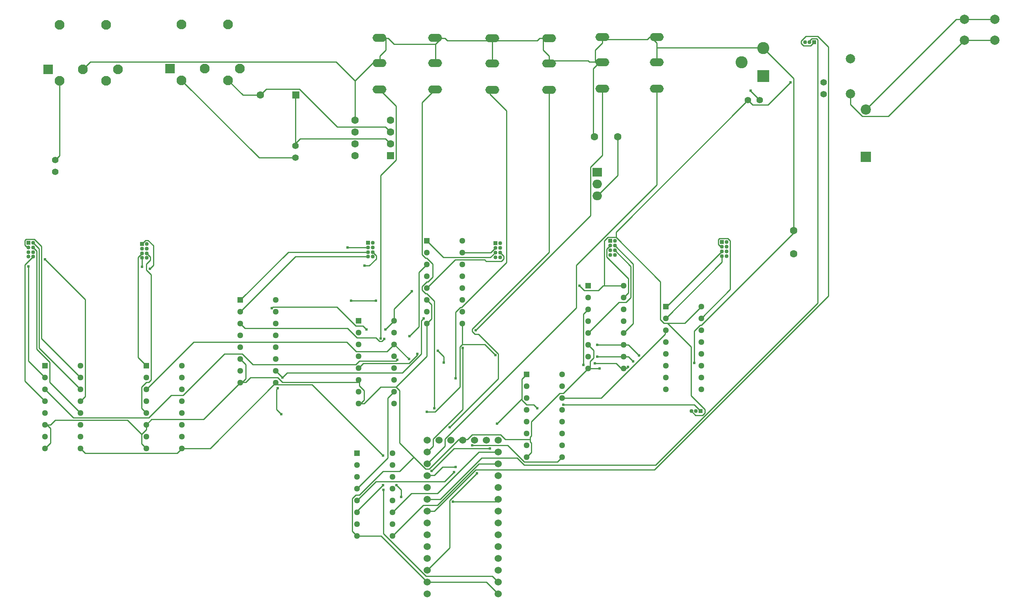
<source format=gbl>
G04 Layer: BottomLayer*
G04 EasyEDA Pro v2.2.35.2, 2025-01-29 23:55:14*
G04 Gerber Generator version 0.3*
G04 Scale: 100 percent, Rotated: No, Reflected: No*
G04 Dimensions in millimeters*
G04 Leading zeros omitted, absolute positions, 4 integers and 5 decimals*
%FSLAX45Y45*%
%MOMM*%
%ADD10C,2.0*%
%ADD11O,3.008X1.708*%
%ADD12R,1.2954X1.2954*%
%ADD13C,1.2954*%
%ADD14C,1.6*%
%ADD15C,1.4*%
%ADD16R,2.2054X2.2*%
%ADD17R,2.2X2.2*%
%ADD18C,2.2*%
%ADD19R,1.6X1.6*%
%ADD20R,2.6X2.6*%
%ADD21C,2.6*%
%ADD22C,1.53*%
%ADD23R,2.1X2.1*%
%ADD24C,2.1*%
%ADD25R,1.6X1.6*%
%ADD26R,2.0X1.905*%
%ADD27O,2.0X1.905*%
%ADD28R,0.85X0.85*%
%ADD29C,0.85*%
%ADD30R,0.85X0.85*%
%ADD31C,0.61*%
%ADD32C,0.254*%
G75*


G04 Pad Start*
G54D10*
G01X21020800Y-266700D03*
G01X20370800Y-266700D03*
G01X21020800Y-716700D03*
G01X20370800Y-716700D03*
G54D11*
G01X10236200Y-676300D03*
G01X10236200Y-1216300D03*
G01X10236200Y-1786300D03*
G54D12*
G01X7327900Y-9588500D03*
G54D13*
G01X7327900Y-9842500D03*
G01X7327900Y-10096500D03*
G01X7327900Y-10350500D03*
G01X7327900Y-10604500D03*
G01X7327900Y-10858500D03*
G01X7327900Y-11112500D03*
G01X7327900Y-11366500D03*
G01X8089900Y-11366500D03*
G01X8089900Y-11112500D03*
G01X8089900Y-10858500D03*
G01X8089900Y-10604500D03*
G01X8089900Y-10350500D03*
G01X8089900Y-10096500D03*
G01X8089900Y-9842500D03*
G01X8089900Y-9588500D03*
G54D10*
G01X17919700Y-1117600D03*
G01X17919700Y-1867600D03*
G54D14*
G01X12928600Y-2794000D03*
G01X12428600Y-2794000D03*
G01X16700500Y-5308600D03*
G01X16700500Y-4808600D03*
G54D15*
G01X6007100Y-3238500D03*
G01X6007100Y-2984500D03*
G54D17*
G01X18249900Y-3225800D03*
G54D18*
G01X18249900Y-2209800D03*
G54D19*
G01X6019800Y-1892300D03*
G54D14*
G01X5257800Y-1892300D03*
G54D20*
G01X16052800Y-1485900D03*
G54D21*
G01X16052800Y-885900D03*
G01X15582800Y-1185900D03*
G54D22*
G01X10363200Y-12357100D03*
G01X10363200Y-12103100D03*
G01X10363200Y-11849100D03*
G01X10363200Y-11595100D03*
G01X9855200Y-9309100D03*
G01X8839200Y-12103100D03*
G01X10363200Y-11341100D03*
G01X10363200Y-11087100D03*
G01X10363200Y-10833100D03*
G01X10363200Y-10579100D03*
G01X10363200Y-10325100D03*
G01X10363200Y-10071100D03*
G01X10363200Y-9817100D03*
G01X10363200Y-9563100D03*
G01X10363200Y-9309100D03*
G01X8839200Y-9309100D03*
G01X8839200Y-9563100D03*
G01X8839200Y-9817100D03*
G01X8839200Y-10071100D03*
G01X8839200Y-10325100D03*
G01X8839200Y-10579100D03*
G01X8839200Y-10833100D03*
G01X8839200Y-11087100D03*
G01X8839200Y-11341100D03*
G01X8839200Y-11595100D03*
G01X8839200Y-11849100D03*
G01X10363200Y-12611100D03*
G01X9601200Y-9309100D03*
G01X8839200Y-12357100D03*
G01X9093200Y-9309100D03*
G01X9347200Y-9309100D03*
G01X10109200Y-9309100D03*
G01X8839200Y-12611100D03*
G54D12*
G01X10972800Y-7899400D03*
G54D13*
G01X10972800Y-8153400D03*
G01X10972800Y-8407400D03*
G01X10972800Y-8661400D03*
G01X10972800Y-8915400D03*
G01X10972800Y-9169400D03*
G01X10972800Y-9423400D03*
G01X10972800Y-9677400D03*
G01X11734800Y-9677400D03*
G01X11734800Y-9423400D03*
G01X11734800Y-9169400D03*
G01X11734800Y-8915400D03*
G01X11734800Y-8661400D03*
G01X11734800Y-8407400D03*
G01X11734800Y-8153400D03*
G01X11734800Y-7899400D03*
G54D23*
G01X3314000Y-1325900D03*
G54D24*
G01X4064000Y-1325900D03*
G01X4814000Y-1325900D03*
G01X3564000Y-1575900D03*
G01X4564000Y-1575900D03*
G01X4564000Y-375900D03*
G01X3564000Y-375900D03*
G54D12*
G01X4826000Y-6299200D03*
G54D13*
G01X4826000Y-6553200D03*
G01X4826000Y-6807200D03*
G01X4826000Y-7061200D03*
G01X4826000Y-7315200D03*
G01X4826000Y-7569200D03*
G01X4826000Y-7823200D03*
G01X4826000Y-8077200D03*
G01X5588000Y-8077200D03*
G01X5588000Y-7823200D03*
G01X5588000Y-7569200D03*
G01X5588000Y-7315200D03*
G01X5588000Y-7061200D03*
G01X5588000Y-6807200D03*
G01X5588000Y-6553200D03*
G01X5588000Y-6299200D03*
G54D12*
G01X7366000Y-6743700D03*
G54D13*
G01X7366000Y-6997700D03*
G01X7366000Y-7251700D03*
G01X7366000Y-7505700D03*
G01X7366000Y-7759700D03*
G01X7366000Y-8013700D03*
G01X7366000Y-8267700D03*
G01X7366000Y-8521700D03*
G01X8128000Y-8521700D03*
G01X8128000Y-8267700D03*
G01X8128000Y-8013700D03*
G01X8128000Y-7759700D03*
G01X8128000Y-7505700D03*
G01X8128000Y-7251700D03*
G01X8128000Y-6997700D03*
G01X8128000Y-6743700D03*
G54D11*
G01X12598400Y-650900D03*
G01X12598400Y-1190900D03*
G01X12598400Y-1760900D03*
G54D12*
G01X2806700Y-7708900D03*
G54D13*
G01X2806700Y-7962900D03*
G01X2806700Y-8216900D03*
G01X2806700Y-8470900D03*
G01X2806700Y-8724900D03*
G01X2806700Y-8978900D03*
G01X2806700Y-9232900D03*
G01X2806700Y-9486900D03*
G01X3568700Y-9486900D03*
G01X3568700Y-9232900D03*
G01X3568700Y-8978900D03*
G01X3568700Y-8724900D03*
G01X3568700Y-8470900D03*
G01X3568700Y-8216900D03*
G01X3568700Y-7962900D03*
G01X3568700Y-7708900D03*
G54D11*
G01X13766800Y-650900D03*
G01X13766800Y-1190900D03*
G01X13766800Y-1760900D03*
G54D15*
G01X17348200Y-1625600D03*
G01X17348200Y-1879600D03*
G54D12*
G01X13957300Y-6438900D03*
G54D13*
G01X13957300Y-6692900D03*
G01X13957300Y-6946900D03*
G01X13957300Y-7200900D03*
G01X13957300Y-7454900D03*
G01X13957300Y-7708900D03*
G01X13957300Y-7962900D03*
G01X13957300Y-8216900D03*
G01X14719300Y-8216900D03*
G01X14719300Y-7962900D03*
G01X14719300Y-7708900D03*
G01X14719300Y-7454900D03*
G01X14719300Y-7200900D03*
G01X14719300Y-6946900D03*
G01X14719300Y-6692900D03*
G01X14719300Y-6438900D03*
G54D25*
G01X8051800Y-3200400D03*
G54D14*
G01X8051800Y-2946400D03*
G01X8051800Y-2692400D03*
G01X8051800Y-2438400D03*
G01X7289800Y-2438400D03*
G01X7289800Y-2692400D03*
G01X7289800Y-2946400D03*
G01X7289800Y-3200400D03*
G54D12*
G01X12293600Y-5994400D03*
G54D13*
G01X12293600Y-6248400D03*
G01X12293600Y-6502400D03*
G01X12293600Y-6756400D03*
G01X12293600Y-7010400D03*
G01X12293600Y-7264400D03*
G01X12293600Y-7518400D03*
G01X12293600Y-7772400D03*
G01X13055600Y-7772400D03*
G01X13055600Y-7518400D03*
G01X13055600Y-7264400D03*
G01X13055600Y-7010400D03*
G01X13055600Y-6756400D03*
G01X13055600Y-6502400D03*
G01X13055600Y-6248400D03*
G01X13055600Y-5994400D03*
G54D12*
G01X635000Y-7708900D03*
G54D13*
G01X635000Y-7962900D03*
G01X635000Y-8216900D03*
G01X635000Y-8470900D03*
G01X635000Y-8724900D03*
G01X635000Y-8978900D03*
G01X635000Y-9232900D03*
G01X635000Y-9486900D03*
G01X1397000Y-9486900D03*
G01X1397000Y-9232900D03*
G01X1397000Y-8978900D03*
G01X1397000Y-8724900D03*
G01X1397000Y-8470900D03*
G01X1397000Y-8216900D03*
G01X1397000Y-7962900D03*
G01X1397000Y-7708900D03*
G54D11*
G01X11455400Y-676300D03*
G01X11455400Y-1216300D03*
G01X11455400Y-1786300D03*
G54D12*
G01X8826500Y-5029200D03*
G54D13*
G01X8826500Y-5283200D03*
G01X8826500Y-5537200D03*
G01X8826500Y-5791200D03*
G01X8826500Y-6045200D03*
G01X8826500Y-6299200D03*
G01X8826500Y-6553200D03*
G01X8826500Y-6807200D03*
G01X9588500Y-6807200D03*
G01X9588500Y-6553200D03*
G01X9588500Y-6299200D03*
G01X9588500Y-6045200D03*
G01X9588500Y-5791200D03*
G01X9588500Y-5537200D03*
G01X9588500Y-5283200D03*
G01X9588500Y-5029200D03*
G54D23*
G01X697800Y-1338600D03*
G54D24*
G01X1447800Y-1338600D03*
G01X2197800Y-1338600D03*
G01X947800Y-1588600D03*
G01X1947800Y-1588600D03*
G01X1947800Y-388600D03*
G01X947800Y-388600D03*
G54D15*
G01X850900Y-3289300D03*
G01X850900Y-3543300D03*
G54D11*
G01X9004300Y-663600D03*
G01X9004300Y-1203600D03*
G01X9004300Y-1773600D03*
G54D26*
G01X12484100Y-3556000D03*
G54D27*
G01X12484100Y-3810000D03*
G01X12484100Y-4064000D03*
G54D11*
G01X7810500Y-663600D03*
G01X7810500Y-1203600D03*
G01X7810500Y-1773600D03*
G54D15*
G01X15722600Y-2006600D03*
G01X15976600Y-2006600D03*
G54D28*
G01X279400Y-5067300D03*
G54D29*
G01X379400Y-5067300D03*
G01X279400Y-5167300D03*
G01X379400Y-5167300D03*
G01X279400Y-5267300D03*
G01X379400Y-5267300D03*
G01X279400Y-5367300D03*
G01X379400Y-5367300D03*
G54D28*
G01X2717800Y-5092700D03*
G54D29*
G01X2817800Y-5092700D03*
G01X2717800Y-5192700D03*
G01X2817800Y-5192700D03*
G01X2717800Y-5292700D03*
G01X2817800Y-5292700D03*
G01X2717800Y-5392700D03*
G01X2817800Y-5392700D03*
G54D28*
G01X7569200Y-5067300D03*
G54D29*
G01X7669200Y-5067300D03*
G01X7569200Y-5167300D03*
G01X7669200Y-5167300D03*
G01X7569200Y-5267300D03*
G01X7669200Y-5267300D03*
G01X7569200Y-5367300D03*
G01X7669200Y-5367300D03*
G54D28*
G01X10299700Y-5080000D03*
G54D29*
G01X10399700Y-5080000D03*
G01X10299700Y-5180000D03*
G01X10399700Y-5180000D03*
G01X10299700Y-5280000D03*
G01X10399700Y-5280000D03*
G01X10299700Y-5380000D03*
G01X10399700Y-5380000D03*
G54D28*
G01X12763500Y-5029200D03*
G54D29*
G01X12863500Y-5029200D03*
G01X12763500Y-5129200D03*
G01X12863500Y-5129200D03*
G01X12763500Y-5229200D03*
G01X12863500Y-5229200D03*
G01X12763500Y-5329200D03*
G01X12863500Y-5329200D03*
G54D28*
G01X15163800Y-5054600D03*
G54D29*
G01X15263800Y-5054600D03*
G01X15163800Y-5154600D03*
G01X15263800Y-5154600D03*
G01X15163800Y-5254600D03*
G01X15263800Y-5254600D03*
G01X15163800Y-5354600D03*
G01X15263800Y-5354600D03*
G54D30*
G01X17145000Y-762000D03*
G54D29*
G01X17045000Y-762000D03*
G01X16945000Y-762000D03*
G54D30*
G01X14706600Y-8686800D03*
G54D29*
G01X14606600Y-8686800D03*
G01X14506600Y-8686800D03*
G04 Pad End*

G04 Via Start*
G54D31*
G01X9906000Y-10020300D03*
G01X10337800Y-8953500D03*
G01X11201400Y-8623300D03*
G01X11760200Y-8547100D03*
G01X7937500Y-6934200D03*
G01X8509000Y-6108700D03*
G01X7531100Y-6934200D03*
G01X5499100Y-6477000D03*
G01X12103100Y-5994400D03*
G01X16637000Y-1625600D03*
G01X9601200Y-7327900D03*
G01X9880600Y-6946900D03*
G01X9448800Y-7983900D03*
G01X9448800Y-9888900D03*
G01X8991600Y-8623300D03*
G01X8280400Y-10528300D03*
G01X8178800Y-10274300D03*
G01X7835900Y-7124700D03*
G01X9321800Y-9029700D03*
G01X635000Y-5422900D03*
G01X279400Y-5575300D03*
G01X2882900Y-5626100D03*
G01X2717800Y-5588000D03*
G01X7126300Y-5167300D03*
G01X7493000Y-5562600D03*
G01X14566900Y-7653400D03*
G01X12534900Y-7772400D03*
G01X9385300Y-10629900D03*
G01X9410700Y-9994900D03*
G01X8928100Y-9969500D03*
G01X10185400Y-9486900D03*
G01X7899400Y-10375900D03*
G01X7886700Y-10274300D03*
G01X5702300Y-8750300D03*
G01X5626100Y-8191500D03*
G01X7200900Y-6311900D03*
G01X7734300Y-6311900D03*
G01X12484100Y-7264400D03*
G01X13385800Y-7493000D03*
G01X5727700Y-7962900D03*
G01X8763000Y-6692900D03*
G01X12484100Y-7518400D03*
G01X13258800Y-7620000D03*
G01X7886700Y-9639300D03*
G01X8826500Y-8699500D03*
G01X10299700Y-7480300D03*
G01X12433300Y-7658100D03*
G01X13144500Y-7734300D03*
G01X8191500Y-7581900D03*
G01X8445500Y-7569200D03*
G01X9194800Y-7645400D03*
G01X9067800Y-7391400D03*
G01X7912100Y-7137400D03*
G01X9804400Y-9423400D03*
G01X8458200Y-7073900D03*
G01X12192000Y-7696200D03*
G01X8623300Y-7454900D03*
G01X15777000Y-1803400D03*
G04 Via End*

G04 Track Start*
G54D32*
G01X8839200Y-12103100D02*
G01X9321800Y-11620500D01*
G01X9321800Y-10604500D01*
G01X9906000Y-10020300D01*
G01X10337800Y-8953500D02*
G01X10871200Y-8420100D01*
G01X10871200Y-8001000D01*
G01X10972800Y-7899400D01*
G01X10871200Y-8420100D02*
G01X10871200Y-8445500D01*
G01X10972800Y-8547100D01*
G01X11125200Y-8547100D01*
G01X11201400Y-8623300D01*
G01X11760200Y-8547100D02*
G01X14566900Y-8547100D01*
G01X14706600Y-8686800D01*
G01X7937500Y-6934200D02*
G01X8128000Y-6743700D01*
G01X8128000Y-6489700D01*
G01X8509000Y-6108700D01*
G01X7531100Y-6934200D02*
G01X7454900Y-6858000D01*
G01X7302500Y-6858000D01*
G01X6896100Y-6451600D01*
G01X5524500Y-6451600D01*
G01X5499100Y-6477000D01*
G01X12103100Y-5994400D02*
G01X12204700Y-6096000D01*
G01X12509500Y-6096000D01*
G01X12611100Y-5994400D01*
G01X12636500Y-5994400D02*
G01X12636500Y-5029200D01*
G01X12712700Y-4953000D01*
G01X12890500Y-4953000D01*
G01X13843000Y-5905500D01*
G01X13843000Y-6718300D01*
G01X13919200Y-6794500D01*
G01X14363700Y-6794500D02*
G01X14719300Y-6438900D01*
G01X13995400Y-6794500D02*
G01X14503400Y-7302500D01*
G01X14503400Y-8353400D01*
G01X14798700Y-8648700D01*
G01X14798700Y-8724900D01*
G01X14747900Y-8775700D01*
G01X14595500Y-8775700D01*
G01X14506600Y-8686800D01*
G01X12890500Y-4953000D02*
G01X12890500Y-4838700D01*
G01X15722600Y-2006600D01*
G01X15824200Y-2108200D01*
G01X16154400Y-2108200D01*
G01X16637000Y-1625600D01*
G01X8839200Y-9563100D02*
G01X8966200Y-9436100D01*
G01X8966200Y-9283700D01*
G01X9601200Y-8648700D01*
G01X9601200Y-7327900D01*
G01X9880600Y-6946900D02*
G01X12344400Y-4483100D01*
G01X12344400Y-3441700D01*
G01X12598400Y-3187700D01*
G01X12598400Y-1760900D01*
G01X8839200Y-9817100D02*
G01X9220200Y-9436100D01*
G01X9220200Y-9283700D01*
G01X12039600Y-6464300D01*
G01X12039600Y-5549900D01*
G01X13766800Y-3822700D01*
G01X13766800Y-1760900D01*
G01X10236200Y-1786300D02*
G01X10182318Y-1840181D01*
G01X10182318Y-1876103D01*
G01X10541000Y-2234784D01*
G01X10541000Y-5494700D01*
G01X9575800Y-6459900D01*
G01X9550400Y-6459900D01*
G01X9448800Y-6561500D01*
G01X9448800Y-7983900D01*
G01X9448800Y-9888900D02*
G01X9169400Y-9888900D01*
G01X8991600Y-10066700D01*
G01X8843600Y-10066700D01*
G01X8839200Y-10071100D01*
G01X8991600Y-8623300D02*
G01X8991600Y-6324600D01*
G01X8826500Y-6159500D01*
G01X8801100Y-6159500D01*
G01X8724900Y-6083300D01*
G01X8724900Y-6007100D01*
G01X8826500Y-5905500D01*
G01X8851900Y-5905500D01*
G01X8953500Y-5803900D01*
G01X8953500Y-5524500D01*
G01X8826500Y-5397500D01*
G01X8801100Y-5397500D01*
G01X8724900Y-5321300D01*
G01X8724900Y-2053000D01*
G01X9004300Y-1773600D01*
G01X8280400Y-10528300D02*
G01X8280400Y-10375900D01*
G01X8178800Y-10274300D01*
G01X7835900Y-7124700D02*
G01X7835900Y-3619500D01*
G01X8166100Y-3289300D01*
G01X8166100Y-2129200D01*
G01X7810500Y-1773600D01*
G01X9321800Y-9029700D02*
G01X10363200Y-7988300D01*
G01X10363200Y-7454900D01*
G01X9941392Y-7033092D01*
G01X9865192Y-7033092D01*
G01X9804400Y-6972300D01*
G01X9804400Y-6921500D01*
G01X11455400Y-5270500D01*
G01X11455400Y-1786300D01*
G01X1397000Y-8470900D02*
G01X1498600Y-8369300D01*
G01X1498600Y-6286500D01*
G01X635000Y-5422900D01*
G01X1397000Y-8216900D02*
G01X508000Y-7327900D01*
G01X508000Y-5195900D01*
G01X379400Y-5067300D01*
G01X1397000Y-7962900D02*
G01X558800Y-7124700D01*
G01X558800Y-5143500D01*
G01X406400Y-4991100D01*
G01X228600Y-4991100D01*
G01X203200Y-5016500D01*
G01X203200Y-5118100D01*
G01X252400Y-5167300D01*
G01X279400Y-5167300D01*
G01X1397000Y-8724900D02*
G01X736600Y-8064500D01*
G01X736600Y-7632700D01*
G01X457200Y-7353300D01*
G01X457200Y-5245100D01*
G01X379400Y-5167300D01*
G01X635000Y-7962900D02*
G01X279400Y-7607300D01*
G01X279400Y-5575300D01*
G01X635000Y-8470900D02*
G01X203200Y-8039100D01*
G01X203200Y-5543500D01*
G01X379400Y-5367300D01*
G01X2882900Y-5626100D02*
G01X2959100Y-5549900D01*
G01X2959100Y-5130800D01*
G01X2844800Y-5016500D01*
G01X2794000Y-5016500D01*
G01X2717800Y-5092700D01*
G01X2806700Y-7708900D02*
G01X2628900Y-7531100D01*
G01X2628900Y-5381600D01*
G01X2717800Y-5292700D01*
G01X2806700Y-8724900D02*
G01X2705100Y-8623300D01*
G01X2705100Y-8166100D01*
G01X2806700Y-8064500D01*
G01X2857500Y-8064500D01*
G01X2908300Y-8013700D01*
G01X2908300Y-5753100D01*
G01X2806700Y-5651500D01*
G01X2806700Y-5524500D01*
G01X2894000Y-5437200D01*
G01X2894000Y-5368900D01*
G01X2817800Y-5292700D01*
G01X2717800Y-5588000D02*
G01X2717800Y-5392700D01*
G01X7126300Y-5167300D02*
G01X7569200Y-5167300D01*
G01X4826000Y-6299200D02*
G01X5857900Y-5267300D01*
G01X7569200Y-5267300D01*
G01X7493000Y-5562600D02*
G01X7594600Y-5562600D01*
G01X7745400Y-5411800D01*
G01X7745400Y-5343500D01*
G01X7669200Y-5267300D01*
G01X4826000Y-6553200D02*
G01X6011900Y-5367300D01*
G01X7569200Y-5367300D01*
G01X9588500Y-5283200D02*
G01X10196500Y-5283200D01*
G01X10299700Y-5180000D01*
G01X8826500Y-5029200D02*
G01X9182100Y-5384800D01*
G01X10194900Y-5384800D01*
G01X10299700Y-5280000D01*
G01X8826500Y-6045200D02*
G01X9436100Y-5435600D01*
G01X10071100Y-5435600D01*
G01X10098100Y-5462600D01*
G01X10425100Y-5462600D01*
G01X10475900Y-5411800D01*
G01X10475900Y-5356200D01*
G01X10399700Y-5280000D01*
G01X13055600Y-6248400D02*
G01X13157200Y-6146800D01*
G01X13157200Y-5842000D01*
G01X12687300Y-5372100D01*
G01X12687300Y-5205400D01*
G01X12763500Y-5129200D01*
G01X13055600Y-7010400D02*
G01X13258800Y-6807200D01*
G01X13258800Y-5524500D01*
G01X12863500Y-5129200D01*
G01X12293600Y-7010400D02*
G01X12954000Y-6350000D01*
G01X13106400Y-6350000D01*
G01X13208000Y-6248400D01*
G01X13208000Y-5573700D01*
G01X12863500Y-5229200D01*
G01X14719300Y-6692900D02*
G01X15341600Y-6070600D01*
G01X15341600Y-5029200D01*
G01X15290800Y-4978400D01*
G01X15113000Y-4978400D01*
G01X15087600Y-5003800D01*
G01X15087600Y-5105400D01*
G01X15136800Y-5154600D01*
G01X15163800Y-5154600D01*
G01X13957300Y-6438900D02*
G01X13979500Y-6438900D01*
G01X15163800Y-5254600D01*
G01X13957300Y-6692900D02*
G01X15163800Y-5486400D01*
G01X15163800Y-5354600D01*
G01X10236200Y-727100D02*
G01X11201400Y-727100D01*
G01X11252200Y-676300D01*
G01X11328400Y-676300D01*
G01X11379200Y-625500D01*
G01X11404600Y-625500D01*
G01X11455400Y-676300D01*
G01X11328400Y-676300D02*
G01X11328400Y-930300D01*
G01X11455400Y-1057300D01*
G01X11455400Y-1158900D02*
G01X12293600Y-1158900D01*
G01X12319000Y-1184300D01*
G01X12446000Y-1184300D01*
G01X12496800Y-1235100D01*
G01X12547600Y-1235100D01*
G01X12573000Y-1209700D01*
G01X12598400Y-1190900D01*
G01X12446000Y-1184300D02*
G01X12446000Y-930300D01*
G01X12598400Y-777900D01*
G01X12598400Y-701700D02*
G01X13563600Y-701700D01*
G01X13614400Y-650900D01*
G01X13639800Y-650900D01*
G01X13690600Y-600100D01*
G01X13716000Y-600100D01*
G01X13766800Y-650900D01*
G01X13639800Y-650900D02*
G01X13766800Y-777900D01*
G01X10236200Y-727100D02*
G01X9271000Y-727100D01*
G01X9220200Y-676300D01*
G01X9144000Y-676300D01*
G01X9080500Y-612800D01*
G01X9055100Y-612800D01*
G01X9004300Y-663600D01*
G01X9144000Y-676300D02*
G01X9017000Y-803300D01*
G01X9017000Y-1158900D01*
G01X9004300Y-1171600D01*
G01X9004300Y-1203600D01*
G01X9017000Y-803300D02*
G01X8128000Y-803300D01*
G01X8001000Y-676300D01*
G01X7950200Y-676300D01*
G01X7886700Y-612800D01*
G01X7861300Y-612800D01*
G01X7810500Y-663600D01*
G01X7950200Y-676300D02*
G01X7950200Y-930300D01*
G01X7823200Y-1057300D01*
G01X7823200Y-1184300D02*
G01X7810500Y-1203600D01*
G01X7823200Y-1158900D02*
G01X7721600Y-1158900D01*
G01X7289800Y-1590700D01*
G01X7289800Y-2438400D01*
G01X12496800Y-1235100D02*
G01X12403200Y-1328700D01*
G01X12403200Y-2768600D01*
G01X12428600Y-2794000D01*
G01X13766800Y-879500D02*
G01X16046400Y-879500D01*
G01X16052800Y-885900D01*
G01X16700500Y-1533600D01*
G01X16700500Y-4808600D01*
G01X16700500Y-4859400D01*
G01X14719300Y-6840600D01*
G01X14693900Y-6840600D01*
G01X14566900Y-6967600D01*
G01X14566900Y-7653400D01*
G01X12331700Y-7772400D02*
G01X12331700Y-7620000D01*
G01X12407900Y-7543800D01*
G01X12407900Y-7378700D01*
G01X12293600Y-7264400D01*
G01X12293600Y-7772400D02*
G01X11760200Y-8305800D01*
G01X11684000Y-8305800D01*
G01X11074400Y-8915400D01*
G01X11074400Y-9220200D01*
G01X11049000Y-9245600D01*
G01X11049000Y-9347200D02*
G01X11074400Y-9372600D01*
G01X11074400Y-9575800D01*
G01X10972800Y-9677400D01*
G01X11049000Y-9296400D02*
G01X10515600Y-9296400D01*
G01X10414000Y-9194800D01*
G01X9804400Y-9194800D01*
G01X9702800Y-9296400D01*
G01X9613900Y-9296400D01*
G01X9601200Y-9309100D01*
G01X9613900Y-9296400D02*
G01X9512300Y-9296400D01*
G01X8877300Y-9931400D01*
G01X8801100Y-9931400D01*
G01X8242300Y-9372600D02*
G01X8242300Y-8242300D01*
G01X8166100Y-8166100D01*
G01X7835900Y-8166100D01*
G01X7480300Y-8521700D01*
G01X7404100Y-8521700D02*
G01X7480300Y-8445500D01*
G01X7480300Y-8242300D01*
G01X7378700Y-8140700D01*
G01X7378700Y-8026400D02*
G01X7366000Y-8013700D01*
G01X8166100Y-8166100D02*
G01X8826500Y-7505700D01*
G01X8826500Y-6807200D01*
G01X8928100Y-6705600D01*
G01X8928100Y-6400800D01*
G01X8826500Y-6299200D01*
G01X8547100Y-9677400D02*
G01X8242300Y-9982200D01*
G01X7886700Y-9982200D01*
G01X7378700Y-10490200D01*
G01X7302500Y-10490200D01*
G01X7226300Y-10566400D01*
G01X7226300Y-11264900D01*
G01X7327900Y-11366500D01*
G01X7848600Y-11366500D01*
G01X8839200Y-12357100D01*
G01X10109200Y-12357100D01*
G01X10363200Y-12611100D01*
G01X7378700Y-8064500D02*
G01X5727700Y-8064500D01*
G01X5626100Y-7962900D01*
G01X5041900Y-7962900D01*
G01X4940300Y-8064500D01*
G01X4838700Y-8064500D02*
G01X4826000Y-8077200D01*
G01X4864100Y-8064500D02*
G01X4940300Y-7988300D01*
G01X4940300Y-7683500D01*
G01X4826000Y-7569200D01*
G01X4826000Y-8077200D02*
G01X4038600Y-8864600D01*
G01X2921000Y-8864600D01*
G01X2806700Y-8978900D01*
G01X2806700Y-9080500D01*
G01X2705100Y-9182100D01*
G01X2705100Y-9385300D01*
G01X2806700Y-9486900D01*
G01X2705100Y-9182100D02*
G01X2400300Y-8877300D01*
G01X850900Y-8877300D01*
G01X749300Y-8978900D01*
G01X673100Y-8978900D02*
G01X749300Y-9055100D01*
G01X749300Y-9372600D01*
G01X635000Y-9486900D01*
G01X7289800Y-1590700D02*
G01X6883400Y-1184300D01*
G01X1602100Y-1184300D01*
G01X1447800Y-1338600D01*
G01X9385300Y-10629900D02*
G01X10312400Y-10629900D01*
G01X10363200Y-10579100D01*
G01X7327900Y-10604500D02*
G01X7734300Y-10198100D01*
G01X9207500Y-10198100D01*
G01X9410700Y-9994900D01*
G01X8089900Y-11366500D02*
G01X8750300Y-10706100D01*
G01X9055100Y-10706100D01*
G01X9944100Y-9817100D01*
G01X10363200Y-9817100D01*
G01X8089900Y-10858500D02*
G01X8496300Y-10452100D01*
G01X9055100Y-10452100D01*
G01X9944100Y-9563100D01*
G01X10363200Y-9563100D01*
G01X8928100Y-9969500D02*
G01X9410700Y-9486900D01*
G01X10185400Y-9486900D01*
G01X10363200Y-12357100D02*
G01X10236200Y-12230100D01*
G01X8813800Y-12230100D01*
G01X7899400Y-11315700D01*
G01X7899400Y-10375900D01*
G01X7327900Y-10350500D02*
G01X7988300Y-9690100D01*
G01X7988300Y-8407400D01*
G01X8128000Y-8267700D01*
G01X7327900Y-10858500D02*
G01X7327900Y-10833100D01*
G01X7886700Y-10274300D01*
G01X5702300Y-8750300D02*
G01X5600700Y-8648700D01*
G01X5600700Y-8216900D01*
G01X5626100Y-8191500D01*
G01X7200900Y-6311900D02*
G01X7734300Y-6311900D01*
G01X12484100Y-7264400D02*
G01X13055600Y-7264400D01*
G01X13157200Y-7264400D01*
G01X13385800Y-7493000D01*
G01X5727700Y-7962900D02*
G01X5588000Y-7823200D01*
G01X5727700Y-7962900D02*
G01X5829300Y-7861300D01*
G01X8305800Y-7861300D01*
G01X8712200Y-7454900D01*
G01X8712200Y-6743700D01*
G01X8763000Y-6692900D01*
G01X12484100Y-7518400D02*
G01X13055600Y-7518400D01*
G01X13157200Y-7518400D01*
G01X13258800Y-7620000D01*
G01X7886700Y-9639300D02*
G01X6362700Y-8115300D01*
G01X5626100Y-8115300D01*
G01X5588000Y-8077200D01*
G01X4178300Y-9486900D01*
G01X3568700Y-9486900D01*
G01X3467100Y-9588500D01*
G01X1498600Y-9588500D01*
G01X1397000Y-9486900D01*
G01X8826500Y-8699500D02*
G01X9004300Y-8699500D01*
G01X9537700Y-8166100D01*
G01X9537700Y-7302500D01*
G01X9588500Y-7251700D01*
G01X9588500Y-6807200D01*
G01X9588500Y-7251700D02*
G01X10071100Y-7251700D01*
G01X10299700Y-7480300D01*
G01X12433300Y-7658100D02*
G01X12890500Y-7658100D01*
G01X12992100Y-7759700D01*
G01X13042900Y-7759700D01*
G01X13055600Y-7772400D01*
G01X13042900Y-7759700D02*
G01X13119100Y-7759700D01*
G01X13144500Y-7734300D01*
G01X8191500Y-7581900D02*
G01X8166100Y-7607300D01*
G01X7378700Y-7607300D01*
G01X7302500Y-7683500D01*
G01X5092700Y-7683500D01*
G01X4864100Y-7454900D01*
G01X4483100Y-7454900D01*
G01X3594100Y-8343900D01*
G01X3340100Y-8343900D01*
G01X2857500Y-8826500D01*
G01X1244600Y-8826500D01*
G01X635000Y-8216900D01*
G01X8445500Y-7569200D02*
G01X8128000Y-7251700D01*
G01X7975600Y-7404100D01*
G01X7315200Y-7404100D01*
G01X7112000Y-7200900D01*
G01X3822700Y-7200900D01*
G01X2806700Y-8216900D01*
G01X9194800Y-7645400D02*
G01X9194800Y-7518400D01*
G01X9067800Y-7391400D01*
G01X7912100Y-7137400D02*
G01X7861300Y-7188200D01*
G01X7810500Y-7188200D01*
G01X7734300Y-7112000D01*
G01X7327900Y-7112000D01*
G01X7124700Y-6908800D01*
G01X4927600Y-6908800D01*
G01X4826000Y-6807200D01*
G01X11734800Y-9677400D02*
G01X11633200Y-9779000D01*
G01X10922000Y-9779000D01*
G01X10566400Y-9423400D01*
G01X9804400Y-9423400D01*
G01X8458200Y-7073900D02*
G01X8661400Y-6870700D01*
G01X8661400Y-5702300D01*
G01X8826500Y-5537200D01*
G01X12192000Y-7696200D02*
G01X12192000Y-6604000D01*
G01X12293600Y-6502400D01*
G01X11734800Y-8407400D02*
G01X12573000Y-8407400D01*
G01X13944600Y-7035800D01*
G01X13944600Y-6959600D01*
G01X13957300Y-6946900D01*
G01X8623300Y-7454900D02*
G01X8623300Y-7480300D01*
G01X8445500Y-7658100D01*
G01X7467600Y-7658100D01*
G01X7366000Y-7759700D01*
G01X12928600Y-2794000D02*
G01X12928600Y-3619500D01*
G01X12484100Y-4064000D01*
G01X6007100Y-1905000D02*
G01X6019800Y-1892300D01*
G01X6007100Y-2933700D02*
G01X6108700Y-2832100D01*
G01X7937500Y-2832100D01*
G01X8051800Y-2946400D01*
G01X5257800Y-1892300D02*
G01X4880400Y-1892300D01*
G01X4564000Y-1575900D01*
G01X5257800Y-1892300D02*
G01X5384800Y-1765300D01*
G01X6096000Y-1765300D01*
G01X6908800Y-2578100D01*
G01X7937500Y-2578100D01*
G01X8051800Y-2692400D01*
G01X21020800Y-266700D02*
G01X20370800Y-266700D01*
G01X20193000Y-266700D01*
G01X18249900Y-2209800D01*
G01X947800Y-1588600D02*
G01X947800Y-3192400D01*
G01X850900Y-3289300D01*
G01X15777000Y-1803400D02*
G01X15777000Y-1807000D01*
G01X15976600Y-2006600D01*
G01X6007100Y-3238500D02*
G01X5226600Y-3238500D01*
G01X3564000Y-1575900D01*
G01X21020800Y-716700D02*
G01X20370800Y-716700D01*
G01X18737300Y-2350200D01*
G01X18178500Y-2350200D01*
G01X17919700Y-2091400D01*
G01X17919700Y-1867600D01*
G01X8839200Y-10833100D02*
G01X8991600Y-10833100D01*
G01X9880600Y-9944100D01*
G01X13716000Y-9944100D01*
G01X17449800Y-6210300D01*
G01X17449800Y-863600D01*
G01X17221200Y-635000D01*
G01X16967200Y-635000D01*
G01X16865600Y-736600D01*
G01X16865600Y-787400D01*
G01X16916400Y-838200D01*
G01X17068800Y-838200D01*
G01X17145000Y-762000D01*
G01X8839200Y-10579100D02*
G01X9118600Y-10579100D01*
G01X10007600Y-9690100D01*
G01X10769600Y-9690100D01*
G01X10922000Y-9842500D01*
G01X13741400Y-9842500D01*
G01X17221200Y-6362700D01*
G01X17221200Y-711200D01*
G01X17195800Y-685800D01*
G01X17094200Y-685800D01*
G01X17045000Y-735000D01*
G01X17045000Y-762000D01*
G01X12611100Y-5994400D02*
G01X12636500Y-5994400D01*
G01X13055600Y-5994400D01*
G01X13919200Y-6794500D02*
G01X13995400Y-6794500D01*
G01X14363700Y-6794500D01*
G01X10236200Y-676300D02*
G01X10236200Y-727100D01*
G01X10236200Y-1216300D01*
G01X11455400Y-1057300D02*
G01X11455400Y-1158900D01*
G01X11455400Y-1216300D01*
G01X12598400Y-777900D02*
G01X12598400Y-701700D01*
G01X12598400Y-650900D01*
G01X13766800Y-777900D02*
G01X13766800Y-879500D01*
G01X13766800Y-1190900D01*
G01X7823200Y-1057300D02*
G01X7823200Y-1158900D01*
G01X7823200Y-1184300D01*
G01X12534900Y-7772400D02*
G01X12331700Y-7772400D01*
G01X12293600Y-7772400D01*
G01X11049000Y-9245600D02*
G01X11049000Y-9296400D01*
G01X11049000Y-9347200D01*
G01X8801100Y-9931400D02*
G01X8547100Y-9677400D01*
G01X8242300Y-9372600D01*
G01X7480300Y-8521700D02*
G01X7404100Y-8521700D01*
G01X7366000Y-8521700D01*
G01X7378700Y-8140700D02*
G01X7378700Y-8064500D01*
G01X7378700Y-8026400D01*
G01X4940300Y-8064500D02*
G01X4864100Y-8064500D01*
G01X4838700Y-8064500D01*
G01X749300Y-8978900D02*
G01X673100Y-8978900D01*
G01X635000Y-8978900D01*
G01X6007100Y-2984500D02*
G01X6007100Y-2933700D01*
G01X6007100Y-1905000D01*
G04 Track End*

M02*


</source>
